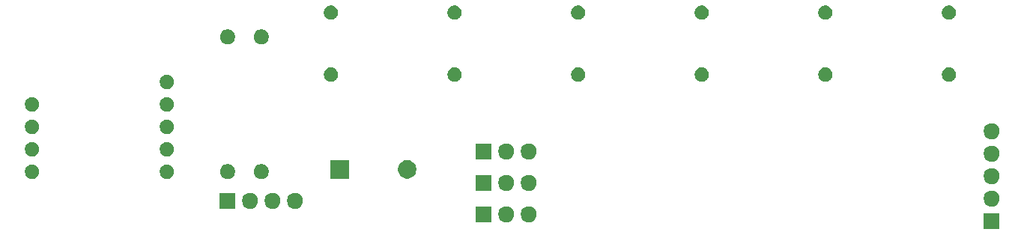
<source format=gbr>
G04 #@! TF.GenerationSoftware,KiCad,Pcbnew,(5.1.5)-3*
G04 #@! TF.CreationDate,2020-12-21T11:55:10+01:00*
G04 #@! TF.ProjectId,epimetheus,6570696d-6574-4686-9575-732e6b696361,rev?*
G04 #@! TF.SameCoordinates,Original*
G04 #@! TF.FileFunction,Soldermask,Bot*
G04 #@! TF.FilePolarity,Negative*
%FSLAX46Y46*%
G04 Gerber Fmt 4.6, Leading zero omitted, Abs format (unit mm)*
G04 Created by KiCad (PCBNEW (5.1.5)-3) date 2020-12-21 11:55:10*
%MOMM*%
%LPD*%
G04 APERTURE LIST*
%ADD10C,0.100000*%
G04 APERTURE END LIST*
D10*
G36*
X264045000Y-72275000D02*
G01*
X262243000Y-72275000D01*
X262243000Y-70473000D01*
X264045000Y-70473000D01*
X264045000Y-72275000D01*
G37*
G36*
X210933512Y-69715927D02*
G01*
X211082812Y-69745624D01*
X211246784Y-69813544D01*
X211394354Y-69912147D01*
X211519853Y-70037646D01*
X211618456Y-70185216D01*
X211686376Y-70349188D01*
X211721000Y-70523259D01*
X211721000Y-70700741D01*
X211686376Y-70874812D01*
X211618456Y-71038784D01*
X211519853Y-71186354D01*
X211394354Y-71311853D01*
X211246784Y-71410456D01*
X211082812Y-71478376D01*
X210933512Y-71508073D01*
X210908742Y-71513000D01*
X210731258Y-71513000D01*
X210706488Y-71508073D01*
X210557188Y-71478376D01*
X210393216Y-71410456D01*
X210245646Y-71311853D01*
X210120147Y-71186354D01*
X210021544Y-71038784D01*
X209953624Y-70874812D01*
X209919000Y-70700741D01*
X209919000Y-70523259D01*
X209953624Y-70349188D01*
X210021544Y-70185216D01*
X210120147Y-70037646D01*
X210245646Y-69912147D01*
X210393216Y-69813544D01*
X210557188Y-69745624D01*
X210706488Y-69715927D01*
X210731258Y-69711000D01*
X210908742Y-69711000D01*
X210933512Y-69715927D01*
G37*
G36*
X206641000Y-71513000D02*
G01*
X204839000Y-71513000D01*
X204839000Y-69711000D01*
X206641000Y-69711000D01*
X206641000Y-71513000D01*
G37*
G36*
X208393512Y-69715927D02*
G01*
X208542812Y-69745624D01*
X208706784Y-69813544D01*
X208854354Y-69912147D01*
X208979853Y-70037646D01*
X209078456Y-70185216D01*
X209146376Y-70349188D01*
X209181000Y-70523259D01*
X209181000Y-70700741D01*
X209146376Y-70874812D01*
X209078456Y-71038784D01*
X208979853Y-71186354D01*
X208854354Y-71311853D01*
X208706784Y-71410456D01*
X208542812Y-71478376D01*
X208393512Y-71508073D01*
X208368742Y-71513000D01*
X208191258Y-71513000D01*
X208166488Y-71508073D01*
X208017188Y-71478376D01*
X207853216Y-71410456D01*
X207705646Y-71311853D01*
X207580147Y-71186354D01*
X207481544Y-71038784D01*
X207413624Y-70874812D01*
X207379000Y-70700741D01*
X207379000Y-70523259D01*
X207413624Y-70349188D01*
X207481544Y-70185216D01*
X207580147Y-70037646D01*
X207705646Y-69912147D01*
X207853216Y-69813544D01*
X208017188Y-69745624D01*
X208166488Y-69715927D01*
X208191258Y-69711000D01*
X208368742Y-69711000D01*
X208393512Y-69715927D01*
G37*
G36*
X177685000Y-69989000D02*
G01*
X175883000Y-69989000D01*
X175883000Y-68187000D01*
X177685000Y-68187000D01*
X177685000Y-69989000D01*
G37*
G36*
X184517512Y-68191927D02*
G01*
X184666812Y-68221624D01*
X184830784Y-68289544D01*
X184978354Y-68388147D01*
X185103853Y-68513646D01*
X185202456Y-68661216D01*
X185270376Y-68825188D01*
X185305000Y-68999259D01*
X185305000Y-69176741D01*
X185270376Y-69350812D01*
X185202456Y-69514784D01*
X185103853Y-69662354D01*
X184978354Y-69787853D01*
X184830784Y-69886456D01*
X184666812Y-69954376D01*
X184517512Y-69984073D01*
X184492742Y-69989000D01*
X184315258Y-69989000D01*
X184290488Y-69984073D01*
X184141188Y-69954376D01*
X183977216Y-69886456D01*
X183829646Y-69787853D01*
X183704147Y-69662354D01*
X183605544Y-69514784D01*
X183537624Y-69350812D01*
X183503000Y-69176741D01*
X183503000Y-68999259D01*
X183537624Y-68825188D01*
X183605544Y-68661216D01*
X183704147Y-68513646D01*
X183829646Y-68388147D01*
X183977216Y-68289544D01*
X184141188Y-68221624D01*
X184290488Y-68191927D01*
X184315258Y-68187000D01*
X184492742Y-68187000D01*
X184517512Y-68191927D01*
G37*
G36*
X181977512Y-68191927D02*
G01*
X182126812Y-68221624D01*
X182290784Y-68289544D01*
X182438354Y-68388147D01*
X182563853Y-68513646D01*
X182662456Y-68661216D01*
X182730376Y-68825188D01*
X182765000Y-68999259D01*
X182765000Y-69176741D01*
X182730376Y-69350812D01*
X182662456Y-69514784D01*
X182563853Y-69662354D01*
X182438354Y-69787853D01*
X182290784Y-69886456D01*
X182126812Y-69954376D01*
X181977512Y-69984073D01*
X181952742Y-69989000D01*
X181775258Y-69989000D01*
X181750488Y-69984073D01*
X181601188Y-69954376D01*
X181437216Y-69886456D01*
X181289646Y-69787853D01*
X181164147Y-69662354D01*
X181065544Y-69514784D01*
X180997624Y-69350812D01*
X180963000Y-69176741D01*
X180963000Y-68999259D01*
X180997624Y-68825188D01*
X181065544Y-68661216D01*
X181164147Y-68513646D01*
X181289646Y-68388147D01*
X181437216Y-68289544D01*
X181601188Y-68221624D01*
X181750488Y-68191927D01*
X181775258Y-68187000D01*
X181952742Y-68187000D01*
X181977512Y-68191927D01*
G37*
G36*
X179437512Y-68191927D02*
G01*
X179586812Y-68221624D01*
X179750784Y-68289544D01*
X179898354Y-68388147D01*
X180023853Y-68513646D01*
X180122456Y-68661216D01*
X180190376Y-68825188D01*
X180225000Y-68999259D01*
X180225000Y-69176741D01*
X180190376Y-69350812D01*
X180122456Y-69514784D01*
X180023853Y-69662354D01*
X179898354Y-69787853D01*
X179750784Y-69886456D01*
X179586812Y-69954376D01*
X179437512Y-69984073D01*
X179412742Y-69989000D01*
X179235258Y-69989000D01*
X179210488Y-69984073D01*
X179061188Y-69954376D01*
X178897216Y-69886456D01*
X178749646Y-69787853D01*
X178624147Y-69662354D01*
X178525544Y-69514784D01*
X178457624Y-69350812D01*
X178423000Y-69176741D01*
X178423000Y-68999259D01*
X178457624Y-68825188D01*
X178525544Y-68661216D01*
X178624147Y-68513646D01*
X178749646Y-68388147D01*
X178897216Y-68289544D01*
X179061188Y-68221624D01*
X179210488Y-68191927D01*
X179235258Y-68187000D01*
X179412742Y-68187000D01*
X179437512Y-68191927D01*
G37*
G36*
X263257512Y-67937927D02*
G01*
X263406812Y-67967624D01*
X263570784Y-68035544D01*
X263718354Y-68134147D01*
X263843853Y-68259646D01*
X263942456Y-68407216D01*
X264010376Y-68571188D01*
X264045000Y-68745259D01*
X264045000Y-68922741D01*
X264010376Y-69096812D01*
X263942456Y-69260784D01*
X263843853Y-69408354D01*
X263718354Y-69533853D01*
X263570784Y-69632456D01*
X263406812Y-69700376D01*
X263257512Y-69730073D01*
X263232742Y-69735000D01*
X263055258Y-69735000D01*
X263030488Y-69730073D01*
X262881188Y-69700376D01*
X262717216Y-69632456D01*
X262569646Y-69533853D01*
X262444147Y-69408354D01*
X262345544Y-69260784D01*
X262277624Y-69096812D01*
X262243000Y-68922741D01*
X262243000Y-68745259D01*
X262277624Y-68571188D01*
X262345544Y-68407216D01*
X262444147Y-68259646D01*
X262569646Y-68134147D01*
X262717216Y-68035544D01*
X262881188Y-67967624D01*
X263030488Y-67937927D01*
X263055258Y-67933000D01*
X263232742Y-67933000D01*
X263257512Y-67937927D01*
G37*
G36*
X210933512Y-66159927D02*
G01*
X211082812Y-66189624D01*
X211246784Y-66257544D01*
X211394354Y-66356147D01*
X211519853Y-66481646D01*
X211618456Y-66629216D01*
X211686376Y-66793188D01*
X211721000Y-66967259D01*
X211721000Y-67144741D01*
X211686376Y-67318812D01*
X211618456Y-67482784D01*
X211519853Y-67630354D01*
X211394354Y-67755853D01*
X211246784Y-67854456D01*
X211082812Y-67922376D01*
X210933512Y-67952073D01*
X210908742Y-67957000D01*
X210731258Y-67957000D01*
X210706488Y-67952073D01*
X210557188Y-67922376D01*
X210393216Y-67854456D01*
X210245646Y-67755853D01*
X210120147Y-67630354D01*
X210021544Y-67482784D01*
X209953624Y-67318812D01*
X209919000Y-67144741D01*
X209919000Y-66967259D01*
X209953624Y-66793188D01*
X210021544Y-66629216D01*
X210120147Y-66481646D01*
X210245646Y-66356147D01*
X210393216Y-66257544D01*
X210557188Y-66189624D01*
X210706488Y-66159927D01*
X210731258Y-66155000D01*
X210908742Y-66155000D01*
X210933512Y-66159927D01*
G37*
G36*
X208393512Y-66159927D02*
G01*
X208542812Y-66189624D01*
X208706784Y-66257544D01*
X208854354Y-66356147D01*
X208979853Y-66481646D01*
X209078456Y-66629216D01*
X209146376Y-66793188D01*
X209181000Y-66967259D01*
X209181000Y-67144741D01*
X209146376Y-67318812D01*
X209078456Y-67482784D01*
X208979853Y-67630354D01*
X208854354Y-67755853D01*
X208706784Y-67854456D01*
X208542812Y-67922376D01*
X208393512Y-67952073D01*
X208368742Y-67957000D01*
X208191258Y-67957000D01*
X208166488Y-67952073D01*
X208017188Y-67922376D01*
X207853216Y-67854456D01*
X207705646Y-67755853D01*
X207580147Y-67630354D01*
X207481544Y-67482784D01*
X207413624Y-67318812D01*
X207379000Y-67144741D01*
X207379000Y-66967259D01*
X207413624Y-66793188D01*
X207481544Y-66629216D01*
X207580147Y-66481646D01*
X207705646Y-66356147D01*
X207853216Y-66257544D01*
X208017188Y-66189624D01*
X208166488Y-66159927D01*
X208191258Y-66155000D01*
X208368742Y-66155000D01*
X208393512Y-66159927D01*
G37*
G36*
X206641000Y-67957000D02*
G01*
X204839000Y-67957000D01*
X204839000Y-66155000D01*
X206641000Y-66155000D01*
X206641000Y-67957000D01*
G37*
G36*
X263257512Y-65397927D02*
G01*
X263406812Y-65427624D01*
X263570784Y-65495544D01*
X263718354Y-65594147D01*
X263843853Y-65719646D01*
X263942456Y-65867216D01*
X264010376Y-66031188D01*
X264038206Y-66171101D01*
X264044347Y-66201973D01*
X264045000Y-66205259D01*
X264045000Y-66382741D01*
X264010376Y-66556812D01*
X263942456Y-66720784D01*
X263843853Y-66868354D01*
X263718354Y-66993853D01*
X263570784Y-67092456D01*
X263406812Y-67160376D01*
X263257512Y-67190073D01*
X263232742Y-67195000D01*
X263055258Y-67195000D01*
X263030488Y-67190073D01*
X262881188Y-67160376D01*
X262717216Y-67092456D01*
X262569646Y-66993853D01*
X262444147Y-66868354D01*
X262345544Y-66720784D01*
X262277624Y-66556812D01*
X262243000Y-66382741D01*
X262243000Y-66205259D01*
X262243654Y-66201973D01*
X262249794Y-66171101D01*
X262277624Y-66031188D01*
X262345544Y-65867216D01*
X262444147Y-65719646D01*
X262569646Y-65594147D01*
X262717216Y-65495544D01*
X262881188Y-65427624D01*
X263030488Y-65397927D01*
X263055258Y-65393000D01*
X263232742Y-65393000D01*
X263257512Y-65397927D01*
G37*
G36*
X180842228Y-64967703D02*
G01*
X180997100Y-65031853D01*
X181136481Y-65124985D01*
X181255015Y-65243519D01*
X181348147Y-65382900D01*
X181412297Y-65537772D01*
X181445000Y-65702184D01*
X181445000Y-65869816D01*
X181412297Y-66034228D01*
X181348147Y-66189100D01*
X181255015Y-66328481D01*
X181136481Y-66447015D01*
X180997100Y-66540147D01*
X180842228Y-66604297D01*
X180677816Y-66637000D01*
X180510184Y-66637000D01*
X180345772Y-66604297D01*
X180190900Y-66540147D01*
X180051519Y-66447015D01*
X179932985Y-66328481D01*
X179839853Y-66189100D01*
X179775703Y-66034228D01*
X179743000Y-65869816D01*
X179743000Y-65702184D01*
X179775703Y-65537772D01*
X179839853Y-65382900D01*
X179932985Y-65243519D01*
X180051519Y-65124985D01*
X180190900Y-65031853D01*
X180345772Y-64967703D01*
X180510184Y-64935000D01*
X180677816Y-64935000D01*
X180842228Y-64967703D01*
G37*
G36*
X177032228Y-64967703D02*
G01*
X177187100Y-65031853D01*
X177326481Y-65124985D01*
X177445015Y-65243519D01*
X177538147Y-65382900D01*
X177602297Y-65537772D01*
X177635000Y-65702184D01*
X177635000Y-65869816D01*
X177602297Y-66034228D01*
X177538147Y-66189100D01*
X177445015Y-66328481D01*
X177326481Y-66447015D01*
X177187100Y-66540147D01*
X177032228Y-66604297D01*
X176867816Y-66637000D01*
X176700184Y-66637000D01*
X176535772Y-66604297D01*
X176380900Y-66540147D01*
X176241519Y-66447015D01*
X176122985Y-66328481D01*
X176029853Y-66189100D01*
X175965703Y-66034228D01*
X175933000Y-65869816D01*
X175933000Y-65702184D01*
X175965703Y-65537772D01*
X176029853Y-65382900D01*
X176122985Y-65243519D01*
X176241519Y-65124985D01*
X176380900Y-65031853D01*
X176535772Y-64967703D01*
X176700184Y-64935000D01*
X176867816Y-64935000D01*
X177032228Y-64967703D01*
G37*
G36*
X170163142Y-65004242D02*
G01*
X170311101Y-65065529D01*
X170444255Y-65154499D01*
X170557501Y-65267745D01*
X170646471Y-65400899D01*
X170707758Y-65548858D01*
X170739000Y-65705925D01*
X170739000Y-65866075D01*
X170707758Y-66023142D01*
X170646471Y-66171101D01*
X170557501Y-66304255D01*
X170444255Y-66417501D01*
X170311101Y-66506471D01*
X170163142Y-66567758D01*
X170006075Y-66599000D01*
X169845925Y-66599000D01*
X169688858Y-66567758D01*
X169540899Y-66506471D01*
X169407745Y-66417501D01*
X169294499Y-66304255D01*
X169205529Y-66171101D01*
X169144242Y-66023142D01*
X169113000Y-65866075D01*
X169113000Y-65705925D01*
X169144242Y-65548858D01*
X169205529Y-65400899D01*
X169294499Y-65267745D01*
X169407745Y-65154499D01*
X169540899Y-65065529D01*
X169688858Y-65004242D01*
X169845925Y-64973000D01*
X170006075Y-64973000D01*
X170163142Y-65004242D01*
G37*
G36*
X154923142Y-65004242D02*
G01*
X155071101Y-65065529D01*
X155204255Y-65154499D01*
X155317501Y-65267745D01*
X155406471Y-65400899D01*
X155467758Y-65548858D01*
X155499000Y-65705925D01*
X155499000Y-65866075D01*
X155467758Y-66023142D01*
X155406471Y-66171101D01*
X155317501Y-66304255D01*
X155204255Y-66417501D01*
X155071101Y-66506471D01*
X154923142Y-66567758D01*
X154766075Y-66599000D01*
X154605925Y-66599000D01*
X154448858Y-66567758D01*
X154300899Y-66506471D01*
X154167745Y-66417501D01*
X154054499Y-66304255D01*
X153965529Y-66171101D01*
X153904242Y-66023142D01*
X153873000Y-65866075D01*
X153873000Y-65705925D01*
X153904242Y-65548858D01*
X153965529Y-65400899D01*
X154054499Y-65267745D01*
X154167745Y-65154499D01*
X154300899Y-65065529D01*
X154448858Y-65004242D01*
X154605925Y-64973000D01*
X154766075Y-64973000D01*
X154923142Y-65004242D01*
G37*
G36*
X197390564Y-64521389D02*
G01*
X197581833Y-64600615D01*
X197581835Y-64600616D01*
X197753973Y-64715635D01*
X197900365Y-64862027D01*
X198013839Y-65031852D01*
X198015385Y-65034167D01*
X198094611Y-65225436D01*
X198135000Y-65428484D01*
X198135000Y-65635516D01*
X198094611Y-65838564D01*
X198082742Y-65867218D01*
X198015384Y-66029835D01*
X197900365Y-66201973D01*
X197753973Y-66348365D01*
X197581835Y-66463384D01*
X197581834Y-66463385D01*
X197581833Y-66463385D01*
X197390564Y-66542611D01*
X197187516Y-66583000D01*
X196980484Y-66583000D01*
X196777436Y-66542611D01*
X196586167Y-66463385D01*
X196586166Y-66463385D01*
X196586165Y-66463384D01*
X196414027Y-66348365D01*
X196267635Y-66201973D01*
X196152616Y-66029835D01*
X196085258Y-65867218D01*
X196073389Y-65838564D01*
X196033000Y-65635516D01*
X196033000Y-65428484D01*
X196073389Y-65225436D01*
X196152615Y-65034167D01*
X196154162Y-65031852D01*
X196267635Y-64862027D01*
X196414027Y-64715635D01*
X196586165Y-64600616D01*
X196586167Y-64600615D01*
X196777436Y-64521389D01*
X196980484Y-64481000D01*
X197187516Y-64481000D01*
X197390564Y-64521389D01*
G37*
G36*
X190535000Y-66583000D02*
G01*
X188433000Y-66583000D01*
X188433000Y-64481000D01*
X190535000Y-64481000D01*
X190535000Y-66583000D01*
G37*
G36*
X263257512Y-62857927D02*
G01*
X263406812Y-62887624D01*
X263570784Y-62955544D01*
X263718354Y-63054147D01*
X263843853Y-63179646D01*
X263942456Y-63327216D01*
X264010376Y-63491188D01*
X264045000Y-63665259D01*
X264045000Y-63842741D01*
X264010376Y-64016812D01*
X263942456Y-64180784D01*
X263843853Y-64328354D01*
X263718354Y-64453853D01*
X263570784Y-64552456D01*
X263406812Y-64620376D01*
X263257512Y-64650073D01*
X263232742Y-64655000D01*
X263055258Y-64655000D01*
X263030488Y-64650073D01*
X262881188Y-64620376D01*
X262717216Y-64552456D01*
X262569646Y-64453853D01*
X262444147Y-64328354D01*
X262345544Y-64180784D01*
X262277624Y-64016812D01*
X262243000Y-63842741D01*
X262243000Y-63665259D01*
X262277624Y-63491188D01*
X262345544Y-63327216D01*
X262444147Y-63179646D01*
X262569646Y-63054147D01*
X262717216Y-62955544D01*
X262881188Y-62887624D01*
X263030488Y-62857927D01*
X263055258Y-62853000D01*
X263232742Y-62853000D01*
X263257512Y-62857927D01*
G37*
G36*
X210933512Y-62603927D02*
G01*
X211082812Y-62633624D01*
X211246784Y-62701544D01*
X211394354Y-62800147D01*
X211519853Y-62925646D01*
X211618456Y-63073216D01*
X211686376Y-63237188D01*
X211721000Y-63411259D01*
X211721000Y-63588741D01*
X211686376Y-63762812D01*
X211618456Y-63926784D01*
X211519853Y-64074354D01*
X211394354Y-64199853D01*
X211246784Y-64298456D01*
X211082812Y-64366376D01*
X210933512Y-64396073D01*
X210908742Y-64401000D01*
X210731258Y-64401000D01*
X210706488Y-64396073D01*
X210557188Y-64366376D01*
X210393216Y-64298456D01*
X210245646Y-64199853D01*
X210120147Y-64074354D01*
X210021544Y-63926784D01*
X209953624Y-63762812D01*
X209919000Y-63588741D01*
X209919000Y-63411259D01*
X209953624Y-63237188D01*
X210021544Y-63073216D01*
X210120147Y-62925646D01*
X210245646Y-62800147D01*
X210393216Y-62701544D01*
X210557188Y-62633624D01*
X210706488Y-62603927D01*
X210731258Y-62599000D01*
X210908742Y-62599000D01*
X210933512Y-62603927D01*
G37*
G36*
X206641000Y-64401000D02*
G01*
X204839000Y-64401000D01*
X204839000Y-62599000D01*
X206641000Y-62599000D01*
X206641000Y-64401000D01*
G37*
G36*
X208393512Y-62603927D02*
G01*
X208542812Y-62633624D01*
X208706784Y-62701544D01*
X208854354Y-62800147D01*
X208979853Y-62925646D01*
X209078456Y-63073216D01*
X209146376Y-63237188D01*
X209181000Y-63411259D01*
X209181000Y-63588741D01*
X209146376Y-63762812D01*
X209078456Y-63926784D01*
X208979853Y-64074354D01*
X208854354Y-64199853D01*
X208706784Y-64298456D01*
X208542812Y-64366376D01*
X208393512Y-64396073D01*
X208368742Y-64401000D01*
X208191258Y-64401000D01*
X208166488Y-64396073D01*
X208017188Y-64366376D01*
X207853216Y-64298456D01*
X207705646Y-64199853D01*
X207580147Y-64074354D01*
X207481544Y-63926784D01*
X207413624Y-63762812D01*
X207379000Y-63588741D01*
X207379000Y-63411259D01*
X207413624Y-63237188D01*
X207481544Y-63073216D01*
X207580147Y-62925646D01*
X207705646Y-62800147D01*
X207853216Y-62701544D01*
X208017188Y-62633624D01*
X208166488Y-62603927D01*
X208191258Y-62599000D01*
X208368742Y-62599000D01*
X208393512Y-62603927D01*
G37*
G36*
X170163142Y-62464242D02*
G01*
X170311101Y-62525529D01*
X170444255Y-62614499D01*
X170557501Y-62727745D01*
X170646471Y-62860899D01*
X170707758Y-63008858D01*
X170739000Y-63165925D01*
X170739000Y-63326075D01*
X170707758Y-63483142D01*
X170646471Y-63631101D01*
X170557501Y-63764255D01*
X170444255Y-63877501D01*
X170311101Y-63966471D01*
X170163142Y-64027758D01*
X170006075Y-64059000D01*
X169845925Y-64059000D01*
X169688858Y-64027758D01*
X169540899Y-63966471D01*
X169407745Y-63877501D01*
X169294499Y-63764255D01*
X169205529Y-63631101D01*
X169144242Y-63483142D01*
X169113000Y-63326075D01*
X169113000Y-63165925D01*
X169144242Y-63008858D01*
X169205529Y-62860899D01*
X169294499Y-62727745D01*
X169407745Y-62614499D01*
X169540899Y-62525529D01*
X169688858Y-62464242D01*
X169845925Y-62433000D01*
X170006075Y-62433000D01*
X170163142Y-62464242D01*
G37*
G36*
X154923142Y-62464242D02*
G01*
X155071101Y-62525529D01*
X155204255Y-62614499D01*
X155317501Y-62727745D01*
X155406471Y-62860899D01*
X155467758Y-63008858D01*
X155499000Y-63165925D01*
X155499000Y-63326075D01*
X155467758Y-63483142D01*
X155406471Y-63631101D01*
X155317501Y-63764255D01*
X155204255Y-63877501D01*
X155071101Y-63966471D01*
X154923142Y-64027758D01*
X154766075Y-64059000D01*
X154605925Y-64059000D01*
X154448858Y-64027758D01*
X154300899Y-63966471D01*
X154167745Y-63877501D01*
X154054499Y-63764255D01*
X153965529Y-63631101D01*
X153904242Y-63483142D01*
X153873000Y-63326075D01*
X153873000Y-63165925D01*
X153904242Y-63008858D01*
X153965529Y-62860899D01*
X154054499Y-62727745D01*
X154167745Y-62614499D01*
X154300899Y-62525529D01*
X154448858Y-62464242D01*
X154605925Y-62433000D01*
X154766075Y-62433000D01*
X154923142Y-62464242D01*
G37*
G36*
X263257512Y-60317927D02*
G01*
X263406812Y-60347624D01*
X263570784Y-60415544D01*
X263718354Y-60514147D01*
X263843853Y-60639646D01*
X263942456Y-60787216D01*
X264010376Y-60951188D01*
X264045000Y-61125259D01*
X264045000Y-61302741D01*
X264010376Y-61476812D01*
X263942456Y-61640784D01*
X263843853Y-61788354D01*
X263718354Y-61913853D01*
X263570784Y-62012456D01*
X263406812Y-62080376D01*
X263257512Y-62110073D01*
X263232742Y-62115000D01*
X263055258Y-62115000D01*
X263030488Y-62110073D01*
X262881188Y-62080376D01*
X262717216Y-62012456D01*
X262569646Y-61913853D01*
X262444147Y-61788354D01*
X262345544Y-61640784D01*
X262277624Y-61476812D01*
X262243000Y-61302741D01*
X262243000Y-61125259D01*
X262277624Y-60951188D01*
X262345544Y-60787216D01*
X262444147Y-60639646D01*
X262569646Y-60514147D01*
X262717216Y-60415544D01*
X262881188Y-60347624D01*
X263030488Y-60317927D01*
X263055258Y-60313000D01*
X263232742Y-60313000D01*
X263257512Y-60317927D01*
G37*
G36*
X170163142Y-59924242D02*
G01*
X170311101Y-59985529D01*
X170444255Y-60074499D01*
X170557501Y-60187745D01*
X170646471Y-60320899D01*
X170707758Y-60468858D01*
X170739000Y-60625925D01*
X170739000Y-60786075D01*
X170707758Y-60943142D01*
X170646471Y-61091101D01*
X170557501Y-61224255D01*
X170444255Y-61337501D01*
X170311101Y-61426471D01*
X170163142Y-61487758D01*
X170006075Y-61519000D01*
X169845925Y-61519000D01*
X169688858Y-61487758D01*
X169540899Y-61426471D01*
X169407745Y-61337501D01*
X169294499Y-61224255D01*
X169205529Y-61091101D01*
X169144242Y-60943142D01*
X169113000Y-60786075D01*
X169113000Y-60625925D01*
X169144242Y-60468858D01*
X169205529Y-60320899D01*
X169294499Y-60187745D01*
X169407745Y-60074499D01*
X169540899Y-59985529D01*
X169688858Y-59924242D01*
X169845925Y-59893000D01*
X170006075Y-59893000D01*
X170163142Y-59924242D01*
G37*
G36*
X154923142Y-59924242D02*
G01*
X155071101Y-59985529D01*
X155204255Y-60074499D01*
X155317501Y-60187745D01*
X155406471Y-60320899D01*
X155467758Y-60468858D01*
X155499000Y-60625925D01*
X155499000Y-60786075D01*
X155467758Y-60943142D01*
X155406471Y-61091101D01*
X155317501Y-61224255D01*
X155204255Y-61337501D01*
X155071101Y-61426471D01*
X154923142Y-61487758D01*
X154766075Y-61519000D01*
X154605925Y-61519000D01*
X154448858Y-61487758D01*
X154300899Y-61426471D01*
X154167745Y-61337501D01*
X154054499Y-61224255D01*
X153965529Y-61091101D01*
X153904242Y-60943142D01*
X153873000Y-60786075D01*
X153873000Y-60625925D01*
X153904242Y-60468858D01*
X153965529Y-60320899D01*
X154054499Y-60187745D01*
X154167745Y-60074499D01*
X154300899Y-59985529D01*
X154448858Y-59924242D01*
X154605925Y-59893000D01*
X154766075Y-59893000D01*
X154923142Y-59924242D01*
G37*
G36*
X170163142Y-57384242D02*
G01*
X170311101Y-57445529D01*
X170444255Y-57534499D01*
X170557501Y-57647745D01*
X170646471Y-57780899D01*
X170707758Y-57928858D01*
X170739000Y-58085925D01*
X170739000Y-58246075D01*
X170707758Y-58403142D01*
X170646471Y-58551101D01*
X170557501Y-58684255D01*
X170444255Y-58797501D01*
X170311101Y-58886471D01*
X170163142Y-58947758D01*
X170006075Y-58979000D01*
X169845925Y-58979000D01*
X169688858Y-58947758D01*
X169540899Y-58886471D01*
X169407745Y-58797501D01*
X169294499Y-58684255D01*
X169205529Y-58551101D01*
X169144242Y-58403142D01*
X169113000Y-58246075D01*
X169113000Y-58085925D01*
X169144242Y-57928858D01*
X169205529Y-57780899D01*
X169294499Y-57647745D01*
X169407745Y-57534499D01*
X169540899Y-57445529D01*
X169688858Y-57384242D01*
X169845925Y-57353000D01*
X170006075Y-57353000D01*
X170163142Y-57384242D01*
G37*
G36*
X154923142Y-57384242D02*
G01*
X155071101Y-57445529D01*
X155204255Y-57534499D01*
X155317501Y-57647745D01*
X155406471Y-57780899D01*
X155467758Y-57928858D01*
X155499000Y-58085925D01*
X155499000Y-58246075D01*
X155467758Y-58403142D01*
X155406471Y-58551101D01*
X155317501Y-58684255D01*
X155204255Y-58797501D01*
X155071101Y-58886471D01*
X154923142Y-58947758D01*
X154766075Y-58979000D01*
X154605925Y-58979000D01*
X154448858Y-58947758D01*
X154300899Y-58886471D01*
X154167745Y-58797501D01*
X154054499Y-58684255D01*
X153965529Y-58551101D01*
X153904242Y-58403142D01*
X153873000Y-58246075D01*
X153873000Y-58085925D01*
X153904242Y-57928858D01*
X153965529Y-57780899D01*
X154054499Y-57647745D01*
X154167745Y-57534499D01*
X154300899Y-57445529D01*
X154448858Y-57384242D01*
X154605925Y-57353000D01*
X154766075Y-57353000D01*
X154923142Y-57384242D01*
G37*
G36*
X170163142Y-54844242D02*
G01*
X170311101Y-54905529D01*
X170444255Y-54994499D01*
X170557501Y-55107745D01*
X170646471Y-55240899D01*
X170707758Y-55388858D01*
X170739000Y-55545925D01*
X170739000Y-55706075D01*
X170707758Y-55863142D01*
X170646471Y-56011101D01*
X170557501Y-56144255D01*
X170444255Y-56257501D01*
X170311101Y-56346471D01*
X170163142Y-56407758D01*
X170006075Y-56439000D01*
X169845925Y-56439000D01*
X169688858Y-56407758D01*
X169540899Y-56346471D01*
X169407745Y-56257501D01*
X169294499Y-56144255D01*
X169205529Y-56011101D01*
X169144242Y-55863142D01*
X169113000Y-55706075D01*
X169113000Y-55545925D01*
X169144242Y-55388858D01*
X169205529Y-55240899D01*
X169294499Y-55107745D01*
X169407745Y-54994499D01*
X169540899Y-54905529D01*
X169688858Y-54844242D01*
X169845925Y-54813000D01*
X170006075Y-54813000D01*
X170163142Y-54844242D01*
G37*
G36*
X216641642Y-54032781D02*
G01*
X216787414Y-54093162D01*
X216787416Y-54093163D01*
X216918608Y-54180822D01*
X217030178Y-54292392D01*
X217117837Y-54423584D01*
X217117838Y-54423586D01*
X217178219Y-54569358D01*
X217209000Y-54724107D01*
X217209000Y-54881893D01*
X217178219Y-55036642D01*
X217148767Y-55107745D01*
X217117837Y-55182416D01*
X217030178Y-55313608D01*
X216918608Y-55425178D01*
X216787416Y-55512837D01*
X216787415Y-55512838D01*
X216787414Y-55512838D01*
X216641642Y-55573219D01*
X216486893Y-55604000D01*
X216329107Y-55604000D01*
X216174358Y-55573219D01*
X216028586Y-55512838D01*
X216028585Y-55512838D01*
X216028584Y-55512837D01*
X215897392Y-55425178D01*
X215785822Y-55313608D01*
X215698163Y-55182416D01*
X215667233Y-55107745D01*
X215637781Y-55036642D01*
X215607000Y-54881893D01*
X215607000Y-54724107D01*
X215637781Y-54569358D01*
X215698162Y-54423586D01*
X215698163Y-54423584D01*
X215785822Y-54292392D01*
X215897392Y-54180822D01*
X216028584Y-54093163D01*
X216028586Y-54093162D01*
X216174358Y-54032781D01*
X216329107Y-54002000D01*
X216486893Y-54002000D01*
X216641642Y-54032781D01*
G37*
G36*
X258551642Y-54032781D02*
G01*
X258697414Y-54093162D01*
X258697416Y-54093163D01*
X258828608Y-54180822D01*
X258940178Y-54292392D01*
X259027837Y-54423584D01*
X259027838Y-54423586D01*
X259088219Y-54569358D01*
X259119000Y-54724107D01*
X259119000Y-54881893D01*
X259088219Y-55036642D01*
X259058767Y-55107745D01*
X259027837Y-55182416D01*
X258940178Y-55313608D01*
X258828608Y-55425178D01*
X258697416Y-55512837D01*
X258697415Y-55512838D01*
X258697414Y-55512838D01*
X258551642Y-55573219D01*
X258396893Y-55604000D01*
X258239107Y-55604000D01*
X258084358Y-55573219D01*
X257938586Y-55512838D01*
X257938585Y-55512838D01*
X257938584Y-55512837D01*
X257807392Y-55425178D01*
X257695822Y-55313608D01*
X257608163Y-55182416D01*
X257577233Y-55107745D01*
X257547781Y-55036642D01*
X257517000Y-54881893D01*
X257517000Y-54724107D01*
X257547781Y-54569358D01*
X257608162Y-54423586D01*
X257608163Y-54423584D01*
X257695822Y-54292392D01*
X257807392Y-54180822D01*
X257938584Y-54093163D01*
X257938586Y-54093162D01*
X258084358Y-54032781D01*
X258239107Y-54002000D01*
X258396893Y-54002000D01*
X258551642Y-54032781D01*
G37*
G36*
X202671642Y-54032781D02*
G01*
X202817414Y-54093162D01*
X202817416Y-54093163D01*
X202948608Y-54180822D01*
X203060178Y-54292392D01*
X203147837Y-54423584D01*
X203147838Y-54423586D01*
X203208219Y-54569358D01*
X203239000Y-54724107D01*
X203239000Y-54881893D01*
X203208219Y-55036642D01*
X203178767Y-55107745D01*
X203147837Y-55182416D01*
X203060178Y-55313608D01*
X202948608Y-55425178D01*
X202817416Y-55512837D01*
X202817415Y-55512838D01*
X202817414Y-55512838D01*
X202671642Y-55573219D01*
X202516893Y-55604000D01*
X202359107Y-55604000D01*
X202204358Y-55573219D01*
X202058586Y-55512838D01*
X202058585Y-55512838D01*
X202058584Y-55512837D01*
X201927392Y-55425178D01*
X201815822Y-55313608D01*
X201728163Y-55182416D01*
X201697233Y-55107745D01*
X201667781Y-55036642D01*
X201637000Y-54881893D01*
X201637000Y-54724107D01*
X201667781Y-54569358D01*
X201728162Y-54423586D01*
X201728163Y-54423584D01*
X201815822Y-54292392D01*
X201927392Y-54180822D01*
X202058584Y-54093163D01*
X202058586Y-54093162D01*
X202204358Y-54032781D01*
X202359107Y-54002000D01*
X202516893Y-54002000D01*
X202671642Y-54032781D01*
G37*
G36*
X188701642Y-54032781D02*
G01*
X188847414Y-54093162D01*
X188847416Y-54093163D01*
X188978608Y-54180822D01*
X189090178Y-54292392D01*
X189177837Y-54423584D01*
X189177838Y-54423586D01*
X189238219Y-54569358D01*
X189269000Y-54724107D01*
X189269000Y-54881893D01*
X189238219Y-55036642D01*
X189208767Y-55107745D01*
X189177837Y-55182416D01*
X189090178Y-55313608D01*
X188978608Y-55425178D01*
X188847416Y-55512837D01*
X188847415Y-55512838D01*
X188847414Y-55512838D01*
X188701642Y-55573219D01*
X188546893Y-55604000D01*
X188389107Y-55604000D01*
X188234358Y-55573219D01*
X188088586Y-55512838D01*
X188088585Y-55512838D01*
X188088584Y-55512837D01*
X187957392Y-55425178D01*
X187845822Y-55313608D01*
X187758163Y-55182416D01*
X187727233Y-55107745D01*
X187697781Y-55036642D01*
X187667000Y-54881893D01*
X187667000Y-54724107D01*
X187697781Y-54569358D01*
X187758162Y-54423586D01*
X187758163Y-54423584D01*
X187845822Y-54292392D01*
X187957392Y-54180822D01*
X188088584Y-54093163D01*
X188088586Y-54093162D01*
X188234358Y-54032781D01*
X188389107Y-54002000D01*
X188546893Y-54002000D01*
X188701642Y-54032781D01*
G37*
G36*
X230611642Y-54032781D02*
G01*
X230757414Y-54093162D01*
X230757416Y-54093163D01*
X230888608Y-54180822D01*
X231000178Y-54292392D01*
X231087837Y-54423584D01*
X231087838Y-54423586D01*
X231148219Y-54569358D01*
X231179000Y-54724107D01*
X231179000Y-54881893D01*
X231148219Y-55036642D01*
X231118767Y-55107745D01*
X231087837Y-55182416D01*
X231000178Y-55313608D01*
X230888608Y-55425178D01*
X230757416Y-55512837D01*
X230757415Y-55512838D01*
X230757414Y-55512838D01*
X230611642Y-55573219D01*
X230456893Y-55604000D01*
X230299107Y-55604000D01*
X230144358Y-55573219D01*
X229998586Y-55512838D01*
X229998585Y-55512838D01*
X229998584Y-55512837D01*
X229867392Y-55425178D01*
X229755822Y-55313608D01*
X229668163Y-55182416D01*
X229637233Y-55107745D01*
X229607781Y-55036642D01*
X229577000Y-54881893D01*
X229577000Y-54724107D01*
X229607781Y-54569358D01*
X229668162Y-54423586D01*
X229668163Y-54423584D01*
X229755822Y-54292392D01*
X229867392Y-54180822D01*
X229998584Y-54093163D01*
X229998586Y-54093162D01*
X230144358Y-54032781D01*
X230299107Y-54002000D01*
X230456893Y-54002000D01*
X230611642Y-54032781D01*
G37*
G36*
X244581642Y-54032781D02*
G01*
X244727414Y-54093162D01*
X244727416Y-54093163D01*
X244858608Y-54180822D01*
X244970178Y-54292392D01*
X245057837Y-54423584D01*
X245057838Y-54423586D01*
X245118219Y-54569358D01*
X245149000Y-54724107D01*
X245149000Y-54881893D01*
X245118219Y-55036642D01*
X245088767Y-55107745D01*
X245057837Y-55182416D01*
X244970178Y-55313608D01*
X244858608Y-55425178D01*
X244727416Y-55512837D01*
X244727415Y-55512838D01*
X244727414Y-55512838D01*
X244581642Y-55573219D01*
X244426893Y-55604000D01*
X244269107Y-55604000D01*
X244114358Y-55573219D01*
X243968586Y-55512838D01*
X243968585Y-55512838D01*
X243968584Y-55512837D01*
X243837392Y-55425178D01*
X243725822Y-55313608D01*
X243638163Y-55182416D01*
X243607233Y-55107745D01*
X243577781Y-55036642D01*
X243547000Y-54881893D01*
X243547000Y-54724107D01*
X243577781Y-54569358D01*
X243638162Y-54423586D01*
X243638163Y-54423584D01*
X243725822Y-54292392D01*
X243837392Y-54180822D01*
X243968584Y-54093163D01*
X243968586Y-54093162D01*
X244114358Y-54032781D01*
X244269107Y-54002000D01*
X244426893Y-54002000D01*
X244581642Y-54032781D01*
G37*
G36*
X180842228Y-49727703D02*
G01*
X180997100Y-49791853D01*
X181136481Y-49884985D01*
X181255015Y-50003519D01*
X181348147Y-50142900D01*
X181412297Y-50297772D01*
X181445000Y-50462184D01*
X181445000Y-50629816D01*
X181412297Y-50794228D01*
X181348147Y-50949100D01*
X181255015Y-51088481D01*
X181136481Y-51207015D01*
X180997100Y-51300147D01*
X180842228Y-51364297D01*
X180677816Y-51397000D01*
X180510184Y-51397000D01*
X180345772Y-51364297D01*
X180190900Y-51300147D01*
X180051519Y-51207015D01*
X179932985Y-51088481D01*
X179839853Y-50949100D01*
X179775703Y-50794228D01*
X179743000Y-50629816D01*
X179743000Y-50462184D01*
X179775703Y-50297772D01*
X179839853Y-50142900D01*
X179932985Y-50003519D01*
X180051519Y-49884985D01*
X180190900Y-49791853D01*
X180345772Y-49727703D01*
X180510184Y-49695000D01*
X180677816Y-49695000D01*
X180842228Y-49727703D01*
G37*
G36*
X177032228Y-49727703D02*
G01*
X177187100Y-49791853D01*
X177326481Y-49884985D01*
X177445015Y-50003519D01*
X177538147Y-50142900D01*
X177602297Y-50297772D01*
X177635000Y-50462184D01*
X177635000Y-50629816D01*
X177602297Y-50794228D01*
X177538147Y-50949100D01*
X177445015Y-51088481D01*
X177326481Y-51207015D01*
X177187100Y-51300147D01*
X177032228Y-51364297D01*
X176867816Y-51397000D01*
X176700184Y-51397000D01*
X176535772Y-51364297D01*
X176380900Y-51300147D01*
X176241519Y-51207015D01*
X176122985Y-51088481D01*
X176029853Y-50949100D01*
X175965703Y-50794228D01*
X175933000Y-50629816D01*
X175933000Y-50462184D01*
X175965703Y-50297772D01*
X176029853Y-50142900D01*
X176122985Y-50003519D01*
X176241519Y-49884985D01*
X176380900Y-49791853D01*
X176535772Y-49727703D01*
X176700184Y-49695000D01*
X176867816Y-49695000D01*
X177032228Y-49727703D01*
G37*
G36*
X230611642Y-47032781D02*
G01*
X230757414Y-47093162D01*
X230757416Y-47093163D01*
X230888608Y-47180822D01*
X231000178Y-47292392D01*
X231087837Y-47423584D01*
X231087838Y-47423586D01*
X231148219Y-47569358D01*
X231179000Y-47724107D01*
X231179000Y-47881893D01*
X231148219Y-48036642D01*
X231087838Y-48182414D01*
X231087837Y-48182416D01*
X231000178Y-48313608D01*
X230888608Y-48425178D01*
X230757416Y-48512837D01*
X230757415Y-48512838D01*
X230757414Y-48512838D01*
X230611642Y-48573219D01*
X230456893Y-48604000D01*
X230299107Y-48604000D01*
X230144358Y-48573219D01*
X229998586Y-48512838D01*
X229998585Y-48512838D01*
X229998584Y-48512837D01*
X229867392Y-48425178D01*
X229755822Y-48313608D01*
X229668163Y-48182416D01*
X229668162Y-48182414D01*
X229607781Y-48036642D01*
X229577000Y-47881893D01*
X229577000Y-47724107D01*
X229607781Y-47569358D01*
X229668162Y-47423586D01*
X229668163Y-47423584D01*
X229755822Y-47292392D01*
X229867392Y-47180822D01*
X229998584Y-47093163D01*
X229998586Y-47093162D01*
X230144358Y-47032781D01*
X230299107Y-47002000D01*
X230456893Y-47002000D01*
X230611642Y-47032781D01*
G37*
G36*
X202671642Y-47032781D02*
G01*
X202817414Y-47093162D01*
X202817416Y-47093163D01*
X202948608Y-47180822D01*
X203060178Y-47292392D01*
X203147837Y-47423584D01*
X203147838Y-47423586D01*
X203208219Y-47569358D01*
X203239000Y-47724107D01*
X203239000Y-47881893D01*
X203208219Y-48036642D01*
X203147838Y-48182414D01*
X203147837Y-48182416D01*
X203060178Y-48313608D01*
X202948608Y-48425178D01*
X202817416Y-48512837D01*
X202817415Y-48512838D01*
X202817414Y-48512838D01*
X202671642Y-48573219D01*
X202516893Y-48604000D01*
X202359107Y-48604000D01*
X202204358Y-48573219D01*
X202058586Y-48512838D01*
X202058585Y-48512838D01*
X202058584Y-48512837D01*
X201927392Y-48425178D01*
X201815822Y-48313608D01*
X201728163Y-48182416D01*
X201728162Y-48182414D01*
X201667781Y-48036642D01*
X201637000Y-47881893D01*
X201637000Y-47724107D01*
X201667781Y-47569358D01*
X201728162Y-47423586D01*
X201728163Y-47423584D01*
X201815822Y-47292392D01*
X201927392Y-47180822D01*
X202058584Y-47093163D01*
X202058586Y-47093162D01*
X202204358Y-47032781D01*
X202359107Y-47002000D01*
X202516893Y-47002000D01*
X202671642Y-47032781D01*
G37*
G36*
X216641642Y-47032781D02*
G01*
X216787414Y-47093162D01*
X216787416Y-47093163D01*
X216918608Y-47180822D01*
X217030178Y-47292392D01*
X217117837Y-47423584D01*
X217117838Y-47423586D01*
X217178219Y-47569358D01*
X217209000Y-47724107D01*
X217209000Y-47881893D01*
X217178219Y-48036642D01*
X217117838Y-48182414D01*
X217117837Y-48182416D01*
X217030178Y-48313608D01*
X216918608Y-48425178D01*
X216787416Y-48512837D01*
X216787415Y-48512838D01*
X216787414Y-48512838D01*
X216641642Y-48573219D01*
X216486893Y-48604000D01*
X216329107Y-48604000D01*
X216174358Y-48573219D01*
X216028586Y-48512838D01*
X216028585Y-48512838D01*
X216028584Y-48512837D01*
X215897392Y-48425178D01*
X215785822Y-48313608D01*
X215698163Y-48182416D01*
X215698162Y-48182414D01*
X215637781Y-48036642D01*
X215607000Y-47881893D01*
X215607000Y-47724107D01*
X215637781Y-47569358D01*
X215698162Y-47423586D01*
X215698163Y-47423584D01*
X215785822Y-47292392D01*
X215897392Y-47180822D01*
X216028584Y-47093163D01*
X216028586Y-47093162D01*
X216174358Y-47032781D01*
X216329107Y-47002000D01*
X216486893Y-47002000D01*
X216641642Y-47032781D01*
G37*
G36*
X188701642Y-47032781D02*
G01*
X188847414Y-47093162D01*
X188847416Y-47093163D01*
X188978608Y-47180822D01*
X189090178Y-47292392D01*
X189177837Y-47423584D01*
X189177838Y-47423586D01*
X189238219Y-47569358D01*
X189269000Y-47724107D01*
X189269000Y-47881893D01*
X189238219Y-48036642D01*
X189177838Y-48182414D01*
X189177837Y-48182416D01*
X189090178Y-48313608D01*
X188978608Y-48425178D01*
X188847416Y-48512837D01*
X188847415Y-48512838D01*
X188847414Y-48512838D01*
X188701642Y-48573219D01*
X188546893Y-48604000D01*
X188389107Y-48604000D01*
X188234358Y-48573219D01*
X188088586Y-48512838D01*
X188088585Y-48512838D01*
X188088584Y-48512837D01*
X187957392Y-48425178D01*
X187845822Y-48313608D01*
X187758163Y-48182416D01*
X187758162Y-48182414D01*
X187697781Y-48036642D01*
X187667000Y-47881893D01*
X187667000Y-47724107D01*
X187697781Y-47569358D01*
X187758162Y-47423586D01*
X187758163Y-47423584D01*
X187845822Y-47292392D01*
X187957392Y-47180822D01*
X188088584Y-47093163D01*
X188088586Y-47093162D01*
X188234358Y-47032781D01*
X188389107Y-47002000D01*
X188546893Y-47002000D01*
X188701642Y-47032781D01*
G37*
G36*
X244581642Y-47032781D02*
G01*
X244727414Y-47093162D01*
X244727416Y-47093163D01*
X244858608Y-47180822D01*
X244970178Y-47292392D01*
X245057837Y-47423584D01*
X245057838Y-47423586D01*
X245118219Y-47569358D01*
X245149000Y-47724107D01*
X245149000Y-47881893D01*
X245118219Y-48036642D01*
X245057838Y-48182414D01*
X245057837Y-48182416D01*
X244970178Y-48313608D01*
X244858608Y-48425178D01*
X244727416Y-48512837D01*
X244727415Y-48512838D01*
X244727414Y-48512838D01*
X244581642Y-48573219D01*
X244426893Y-48604000D01*
X244269107Y-48604000D01*
X244114358Y-48573219D01*
X243968586Y-48512838D01*
X243968585Y-48512838D01*
X243968584Y-48512837D01*
X243837392Y-48425178D01*
X243725822Y-48313608D01*
X243638163Y-48182416D01*
X243638162Y-48182414D01*
X243577781Y-48036642D01*
X243547000Y-47881893D01*
X243547000Y-47724107D01*
X243577781Y-47569358D01*
X243638162Y-47423586D01*
X243638163Y-47423584D01*
X243725822Y-47292392D01*
X243837392Y-47180822D01*
X243968584Y-47093163D01*
X243968586Y-47093162D01*
X244114358Y-47032781D01*
X244269107Y-47002000D01*
X244426893Y-47002000D01*
X244581642Y-47032781D01*
G37*
G36*
X258551642Y-47032781D02*
G01*
X258697414Y-47093162D01*
X258697416Y-47093163D01*
X258828608Y-47180822D01*
X258940178Y-47292392D01*
X259027837Y-47423584D01*
X259027838Y-47423586D01*
X259088219Y-47569358D01*
X259119000Y-47724107D01*
X259119000Y-47881893D01*
X259088219Y-48036642D01*
X259027838Y-48182414D01*
X259027837Y-48182416D01*
X258940178Y-48313608D01*
X258828608Y-48425178D01*
X258697416Y-48512837D01*
X258697415Y-48512838D01*
X258697414Y-48512838D01*
X258551642Y-48573219D01*
X258396893Y-48604000D01*
X258239107Y-48604000D01*
X258084358Y-48573219D01*
X257938586Y-48512838D01*
X257938585Y-48512838D01*
X257938584Y-48512837D01*
X257807392Y-48425178D01*
X257695822Y-48313608D01*
X257608163Y-48182416D01*
X257608162Y-48182414D01*
X257547781Y-48036642D01*
X257517000Y-47881893D01*
X257517000Y-47724107D01*
X257547781Y-47569358D01*
X257608162Y-47423586D01*
X257608163Y-47423584D01*
X257695822Y-47292392D01*
X257807392Y-47180822D01*
X257938584Y-47093163D01*
X257938586Y-47093162D01*
X258084358Y-47032781D01*
X258239107Y-47002000D01*
X258396893Y-47002000D01*
X258551642Y-47032781D01*
G37*
M02*

</source>
